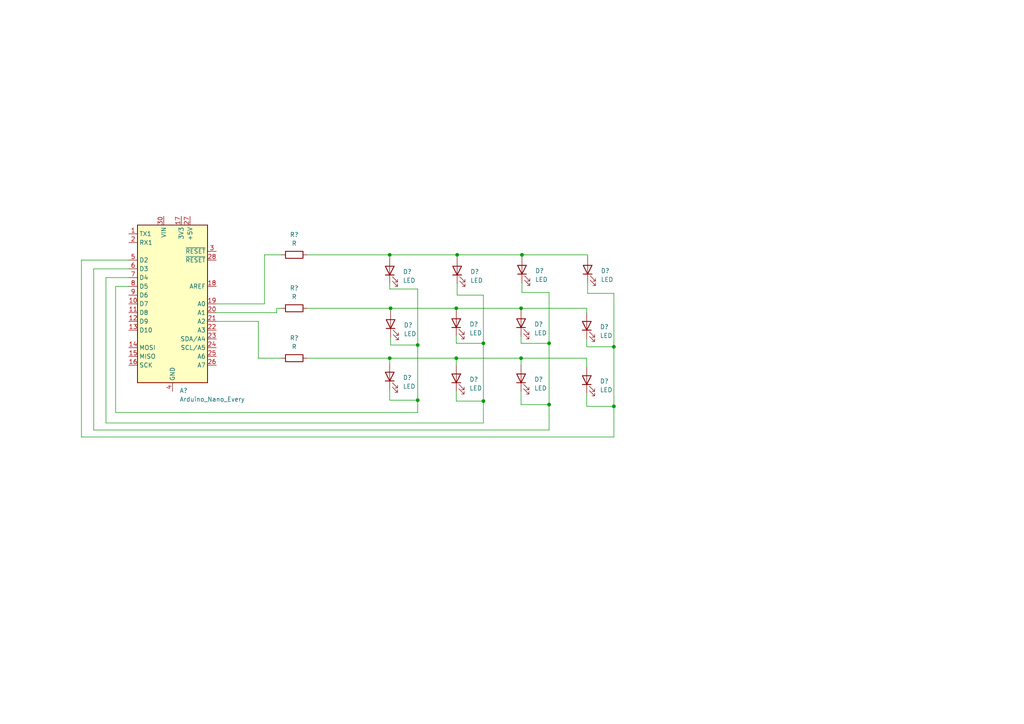
<source format=kicad_sch>
(kicad_sch (version 20211123) (generator eeschema)
  (paper "A4")
  (lib_symbols
    (symbol "Device:LED" (pin_numbers hide) (pin_names (offset 1.016) hide)
      (property "Reference" "D" (at 0 2.54 0))
      (property "Value" "LED" (at 0 -2.54 0))
      (symbol "LED_0_1"
        (polyline (pts (xy -1.27 -1.27) (xy -1.27 1.27)) (stroke (width 0.254)))
        (polyline (pts (xy -1.27 0) (xy 1.27 0)))
        (polyline (pts (xy 1.27 -1.27) (xy 1.27 1.27) (xy -1.27 0) (xy 1.27 -1.27)) (stroke (width 0.254)))
        (polyline (pts (xy -3.048 -0.762) (xy -4.572 -2.286) (xy -3.81 -2.286) (xy -4.572 -2.286) (xy -4.572 -1.524)))
        (polyline (pts (xy -1.778 -0.762) (xy -3.302 -2.286) (xy -2.54 -2.286) (xy -3.302 -2.286) (xy -3.302 -1.524)))
      )
      (symbol "LED_1_1"
        (pin passive line (at -3.81 0 0) (length 2.54) (name "K") (number "1"))
        (pin passive line (at 3.81 0 180) (length 2.54) (name "A") (number "2"))
      )
    )
    (symbol "Device:R" (pin_numbers hide) (pin_names (offset 0))
      (property "Reference" "R" (at 2.032 0 90))
      (property "Value" "R" (at 0 0 90))
      (symbol "R_0_1"
        (rectangle (start -1.016 -2.54) (end 1.016 2.54) (stroke (width 0.254)))
      )
      (symbol "R_1_1"
        (pin passive line (at 0 3.81 270) (length 1.27) (name "~") (number "1"))
        (pin passive line (at 0 -3.81 90) (length 1.27) (name "~") (number "2"))
      )
    )
    (symbol "MCU_Module:Arduino_Nano_Every"
      (property "Reference" "A" (at -10.16 23.495 0))
      (property "Value" "Arduino_Nano_Every" (at 5.08 -24.13 0))
      (symbol "Arduino_Nano_Every_0_1"
        (rectangle (start -10.16 22.86) (end 10.16 -22.86) (stroke (width 0.254)) (fill (type background)))
      )
      (symbol "Arduino_Nano_Every_1_1"
        (pin bidirectional line (at -12.7 20.32 0) (length 2.54) (name "TX1") (number "1"))
        (pin bidirectional line (at -12.7 0 0) (length 2.54) (name "D7") (number "10"))
        (pin bidirectional line (at -12.7 -2.54 0) (length 2.54) (name "D8") (number "11"))
        (pin bidirectional line (at -12.7 -5.08 0) (length 2.54) (name "D9") (number "12"))
        (pin bidirectional line (at -12.7 -7.62 0) (length 2.54) (name "D10") (number "13"))
        (pin bidirectional line (at -12.7 -12.7 0) (length 2.54) (name "MOSI") (number "14"))
        (pin bidirectional line (at -12.7 -15.24 0) (length 2.54) (name "MISO") (number "15"))
        (pin bidirectional line (at -12.7 -17.78 0) (length 2.54) (name "SCK") (number "16"))
        (pin power_out line (at 2.54 25.4 270) (length 2.54) (name "3V3") (number "17"))
        (pin input line (at 12.7 5.08 180) (length 2.54) (name "AREF") (number "18"))
        (pin bidirectional line (at 12.7 0 180) (length 2.54) (name "A0") (number "19"))
        (pin bidirectional line (at -12.7 17.78 0) (length 2.54) (name "RX1") (number "2"))
        (pin bidirectional line (at 12.7 -2.54 180) (length 2.54) (name "A1") (number "20"))
        (pin bidirectional line (at 12.7 -5.08 180) (length 2.54) (name "A2") (number "21"))
        (pin bidirectional line (at 12.7 -7.62 180) (length 2.54) (name "A3") (number "22"))
        (pin bidirectional line (at 12.7 -10.16 180) (length 2.54) (name "SDA/A4") (number "23"))
        (pin bidirectional line (at 12.7 -12.7 180) (length 2.54) (name "SCL/A5") (number "24"))
        (pin bidirectional line (at 12.7 -15.24 180) (length 2.54) (name "A6") (number "25"))
        (pin bidirectional line (at 12.7 -17.78 180) (length 2.54) (name "A7") (number "26"))
        (pin power_out line (at 5.08 25.4 270) (length 2.54) (name "+5V") (number "27"))
        (pin input line (at 12.7 12.7 180) (length 2.54) (name "~{RESET}") (number "28"))
        (pin passive line (at 0 -25.4 90) (length 2.54) hide (name "GND") (number "29"))
        (pin input line (at 12.7 15.24 180) (length 2.54) (name "~{RESET}") (number "3"))
        (pin power_in line (at -2.54 25.4 270) (length 2.54) (name "VIN") (number "30"))
        (pin power_in line (at 0 -25.4 90) (length 2.54) (name "GND") (number "4"))
        (pin bidirectional line (at -12.7 12.7 0) (length 2.54) (name "D2") (number "5"))
        (pin bidirectional line (at -12.7 10.16 0) (length 2.54) (name "D3") (number "6"))
        (pin bidirectional line (at -12.7 7.62 0) (length 2.54) (name "D4") (number "7"))
        (pin bidirectional line (at -12.7 5.08 0) (length 2.54) (name "D5") (number "8"))
        (pin bidirectional line (at -12.7 2.54 0) (length 2.54) (name "D6") (number "9"))
      )
    )
  )
  (junction (at 140.208 99.568))
  (junction (at 151.13 89.408))
  (junction (at 159.258 117.348))
  (junction (at 121.158 116.078))
  (junction (at 151.13 103.886))
  (junction (at 140.208 116.332))
  (junction (at 113.03 103.886))
  (junction (at 132.334 89.408))
  (junction (at 151.384 73.914))
  (junction (at 113.284 89.408))
  (junction (at 159.258 99.568))
  (junction (at 132.588 73.914))
  (junction (at 113.03 73.914))
  (junction (at 178.054 117.856))
  (junction (at 178.054 100.584))
  (junction (at 121.158 100.076))
  (junction (at 132.334 103.886))
  (wire (pts (xy 170.18 103.886) (xy 170.18 106.426)))
  (wire (pts (xy 132.334 103.886) (xy 132.334 105.918)))
  (wire (pts (xy 74.93 103.886) (xy 81.534 103.886)))
  (wire (pts (xy 178.054 85.09) (xy 170.434 85.09)))
  (wire (pts (xy 23.622 75.438) (xy 23.622 126.746)))
  (wire (pts (xy 151.13 103.886) (xy 170.18 103.886)))
  (wire (pts (xy 132.334 89.408) (xy 151.13 89.408)))
  (wire (pts (xy 132.334 97.536) (xy 132.334 99.568)))
  (wire (pts (xy 33.528 83.058) (xy 33.528 119.634)))
  (wire (pts (xy 159.258 99.568) (xy 159.258 84.836)))
  (wire (pts (xy 151.384 73.914) (xy 170.434 73.914)))
  (wire (pts (xy 151.13 117.348) (xy 159.258 117.348)))
  (wire (pts (xy 170.434 85.09) (xy 170.434 82.042)))
  (wire (pts (xy 140.208 116.332) (xy 140.208 99.568)))
  (wire (pts (xy 121.158 100.076) (xy 121.158 83.82)))
  (wire (pts (xy 178.054 117.856) (xy 178.054 100.584)))
  (wire (pts (xy 170.18 117.856) (xy 178.054 117.856)))
  (wire (pts (xy 170.18 89.408) (xy 170.18 90.678)))
  (wire (pts (xy 132.588 73.914) (xy 151.384 73.914)))
  (wire (pts (xy 132.334 99.568) (xy 140.208 99.568)))
  (wire (pts (xy 113.284 97.79) (xy 113.284 100.076)))
  (wire (pts (xy 132.334 89.408) (xy 132.334 89.916)))
  (wire (pts (xy 159.258 84.836) (xy 151.384 84.836)))
  (wire (pts (xy 140.208 122.682) (xy 140.208 116.332)))
  (wire (pts (xy 159.258 117.348) (xy 159.258 99.568)))
  (wire (pts (xy 74.93 93.218) (xy 74.93 103.886)))
  (wire (pts (xy 132.588 85.598) (xy 132.588 82.296)))
  (wire (pts (xy 121.158 119.634) (xy 121.158 116.078)))
  (wire (pts (xy 37.338 83.058) (xy 33.528 83.058)))
  (wire (pts (xy 113.03 103.886) (xy 113.03 105.41)))
  (wire (pts (xy 76.708 88.138) (xy 76.708 73.914)))
  (wire (pts (xy 113.03 116.078) (xy 121.158 116.078)))
  (wire (pts (xy 170.18 100.584) (xy 178.054 100.584)))
  (wire (pts (xy 113.284 89.408) (xy 132.334 89.408)))
  (wire (pts (xy 62.738 93.218) (xy 74.93 93.218)))
  (wire (pts (xy 33.528 119.634) (xy 121.158 119.634)))
  (wire (pts (xy 132.588 73.914) (xy 132.588 74.676)))
  (wire (pts (xy 27.178 124.714) (xy 159.258 124.714)))
  (wire (pts (xy 132.334 103.886) (xy 151.13 103.886)))
  (wire (pts (xy 80.264 89.408) (xy 81.534 89.408)))
  (wire (pts (xy 151.13 113.538) (xy 151.13 117.348)))
  (wire (pts (xy 113.284 100.076) (xy 121.158 100.076)))
  (wire (pts (xy 170.18 98.298) (xy 170.18 100.584)))
  (wire (pts (xy 89.154 73.914) (xy 113.03 73.914)))
  (wire (pts (xy 113.03 73.914) (xy 113.03 74.676)))
  (wire (pts (xy 113.03 83.82) (xy 113.03 82.296)))
  (wire (pts (xy 151.13 99.568) (xy 159.258 99.568)))
  (wire (pts (xy 37.338 80.518) (xy 30.734 80.518)))
  (wire (pts (xy 37.338 77.978) (xy 27.178 77.978)))
  (wire (pts (xy 30.734 122.682) (xy 140.208 122.682)))
  (wire (pts (xy 23.622 126.746) (xy 178.054 126.746)))
  (wire (pts (xy 151.13 103.886) (xy 151.13 105.918)))
  (wire (pts (xy 178.054 126.746) (xy 178.054 117.856)))
  (wire (pts (xy 80.264 90.678) (xy 80.264 89.408)))
  (wire (pts (xy 132.334 113.538) (xy 132.334 116.332)))
  (wire (pts (xy 159.258 124.714) (xy 159.258 117.348)))
  (wire (pts (xy 132.334 116.332) (xy 140.208 116.332)))
  (wire (pts (xy 151.384 84.836) (xy 151.384 82.042)))
  (wire (pts (xy 170.18 114.046) (xy 170.18 117.856)))
  (wire (pts (xy 113.284 89.408) (xy 113.284 90.17)))
  (wire (pts (xy 121.158 116.078) (xy 121.158 100.076)))
  (wire (pts (xy 178.054 100.584) (xy 178.054 85.09)))
  (wire (pts (xy 121.158 83.82) (xy 113.03 83.82)))
  (wire (pts (xy 113.03 73.914) (xy 132.588 73.914)))
  (wire (pts (xy 62.738 90.678) (xy 80.264 90.678)))
  (wire (pts (xy 89.154 103.886) (xy 113.03 103.886)))
  (wire (pts (xy 140.208 99.568) (xy 140.208 85.598)))
  (wire (pts (xy 151.13 97.536) (xy 151.13 99.568)))
  (wire (pts (xy 140.208 85.598) (xy 132.588 85.598)))
  (wire (pts (xy 113.03 103.886) (xy 132.334 103.886)))
  (wire (pts (xy 151.384 73.914) (xy 151.384 74.422)))
  (wire (pts (xy 170.434 73.914) (xy 170.434 74.422)))
  (wire (pts (xy 113.03 113.03) (xy 113.03 116.078)))
  (wire (pts (xy 30.734 80.518) (xy 30.734 122.682)))
  (wire (pts (xy 151.13 89.408) (xy 170.18 89.408)))
  (wire (pts (xy 37.338 75.438) (xy 23.622 75.438)))
  (wire (pts (xy 89.154 89.408) (xy 113.284 89.408)))
  (wire (pts (xy 27.178 77.978) (xy 27.178 124.714)))
  (wire (pts (xy 62.738 88.138) (xy 76.708 88.138)))
  (wire (pts (xy 76.708 73.914) (xy 81.534 73.914)))
  (wire (pts (xy 151.13 89.408) (xy 151.13 89.916)))
  (symbol (lib_id "Device:LED") (at 132.334 109.728 90) (unit 1)
    (property "Reference" "D?" (at 136.144 110.0454 90) (effects (justify right)))
    (property "Value" "LED" (at 136.144 112.5854 90) (effects (justify right)))
  )
  (symbol (lib_id "Device:LED") (at 113.03 78.486 90) (unit 1)
    (property "Reference" "D?" (at 116.84 78.8034 90) (effects (justify right)))
    (property "Value" "LED" (at 116.84 81.3434 90) (effects (justify right)))
  )
  (symbol (lib_id "Device:LED") (at 132.334 93.726 90) (unit 1)
    (property "Reference" "D?" (at 136.144 94.0434 90) (effects (justify right)))
    (property "Value" "LED" (at 136.144 96.5834 90) (effects (justify right)))
  )
  (symbol (lib_id "Device:LED") (at 170.18 110.236 90) (unit 1)
    (property "Reference" "D?" (at 173.99 110.5534 90) (effects (justify right)))
    (property "Value" "LED" (at 173.99 113.0934 90) (effects (justify right)))
  )
  (symbol (lib_id "Device:R") (at 85.344 89.408 90) (unit 1)
    (property "Reference" "R?" (at 85.344 83.566 90))
    (property "Value" "R" (at 85.344 86.106 90))
  )
  (symbol (lib_id "MCU_Module:Arduino_Nano_Every") (at 50.038 88.138 0) (unit 1)
    (property "Reference" "A?" (at 52.0574 113.284 0) (effects (justify left)))
    (property "Value" "Arduino_Nano_Every" (at 52.0574 115.824 0) (effects (justify left)))
    (property "Footprint" "Module:Arduino_Nano" (effects hide))
    (property "Datasheet" "https://content.arduino.cc/assets/NANOEveryV3.0_sch.pdf" (effects hide))
  )
  (symbol (lib_id "Device:LED") (at 151.13 93.726 90) (unit 1)
    (property "Reference" "D?" (at 154.94 94.0434 90) (effects (justify right)))
    (property "Value" "LED" (at 154.94 96.5834 90) (effects (justify right)))
  )
  (symbol (lib_id "Device:LED") (at 113.03 109.22 90) (unit 1)
    (property "Reference" "D?" (at 116.84 109.5374 90) (effects (justify right)))
    (property "Value" "LED" (at 116.84 112.0774 90) (effects (justify right)))
  )
  (symbol (lib_id "Device:R") (at 85.344 103.886 90) (unit 1)
    (property "Reference" "R?" (at 85.344 98.044 90))
    (property "Value" "R" (at 85.344 100.584 90))
  )
  (symbol (lib_id "Device:LED") (at 151.384 78.232 90) (unit 1)
    (property "Reference" "D?" (at 155.194 78.5494 90) (effects (justify right)))
    (property "Value" "LED" (at 155.194 81.0894 90) (effects (justify right)))
  )
  (symbol (lib_id "Device:LED") (at 170.18 94.488 90) (unit 1)
    (property "Reference" "D?" (at 173.99 94.8054 90) (effects (justify right)))
    (property "Value" "LED" (at 173.99 97.3454 90) (effects (justify right)))
  )
  (symbol (lib_id "Device:LED") (at 170.434 78.232 90) (unit 1)
    (property "Reference" "D?" (at 174.244 78.5494 90) (effects (justify right)))
    (property "Value" "LED" (at 174.244 81.0894 90) (effects (justify right)))
  )
  (symbol (lib_id "Device:LED") (at 151.13 109.728 90) (unit 1)
    (property "Reference" "D?" (at 154.94 110.0454 90) (effects (justify right)))
    (property "Value" "LED" (at 154.94 112.5854 90) (effects (justify right)))
  )
  (symbol (lib_id "Device:LED") (at 113.284 93.98 90) (unit 1)
    (property "Reference" "D?" (at 117.094 94.2974 90) (effects (justify right)))
    (property "Value" "LED" (at 117.094 96.8374 90) (effects (justify right)))
  )
  (symbol (lib_id "Device:LED") (at 132.588 78.486 90) (unit 1)
    (property "Reference" "D?" (at 136.398 78.8034 90) (effects (justify right)))
    (property "Value" "LED" (at 136.398 81.3434 90) (effects (justify right)))
  )
  (symbol (lib_id "Device:R") (at 85.344 73.914 90) (unit 1)
    (property "Reference" "R?" (at 85.344 68.072 90))
    (property "Value" "R" (at 85.344 70.612 90))
  )
)
</source>
